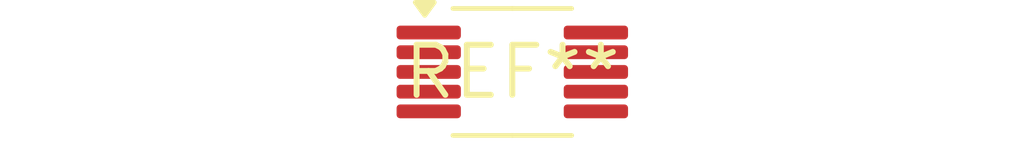
<source format=kicad_pcb>
(kicad_pcb (version 20240108) (generator pcbnew)
  (layers (0 "F.Cu" signal) (31 "B.Cu" signal) (34 "B.Paste" user) (35 "F.Paste" user) (36 "B.SilkS" user "B.Silkscreen") (37 "F.SilkS" user "F.Silkscreen") (38 "B.Mask" user) (39 "F.Mask" user) (44 "Edge.Cuts" user))
  (net 0 "")
  (footprint "MSOP-10_3x3mm_P0.5mm" (layer "F.Cu") (at 0 0)
    (property "Reference" "REF**")
    (property "Value" "MSOP-10_3x3mm_P0.5mm")
    (fp_line (start 0 -1.61) (end -1.5 -1.61) (layer "F.SilkS") (stroke (width 0.12)))
    (fp_line (start 0 -1.61) (end 1.5 -1.61) (layer "F.SilkS") (stroke (width 0.12)))
    (fp_line (start 0 1.61) (end -1.5 1.61) (layer "F.SilkS") (stroke (width 0.12)))
    (fp_line (start 0 1.61) (end 1.5 1.61) (layer "F.SilkS") (stroke (width 0.12)))
    (fp_poly (pts (xy -2.2125 -1.435) (xy -2.4525 -1.765) (xy -1.9725 -1.765) (xy -2.2125 -1.435)) (layer "F.SilkS") (stroke (width 0.12)) (fill solid))
    (pad "1" smd roundrect (at -2.1125 -1) (size 1.625 0.35) (layers "F.Cu" "F.Paste" "F.Mask"))
    (pad "2" smd roundrect (at -2.1125 -0.5) (size 1.625 0.35) (layers "F.Cu" "F.Paste" "F.Mask"))
    (pad "3" smd roundrect (at -2.1125 0) (size 1.625 0.35) (layers "F.Cu" "F.Paste" "F.Mask"))
    (pad "4" smd roundrect (at -2.1125 0.5) (size 1.625 0.35) (layers "F.Cu" "F.Paste" "F.Mask"))
    (pad "5" smd roundrect (at -2.1125 1) (size 1.625 0.35) (layers "F.Cu" "F.Paste" "F.Mask"))
    (pad "6" smd roundrect (at 2.1125 1) (size 1.625 0.35) (layers "F.Cu" "F.Paste" "F.Mask"))
    (pad "7" smd roundrect (at 2.1125 0.5) (size 1.625 0.35) (layers "F.Cu" "F.Paste" "F.Mask"))
    (pad "8" smd roundrect (at 2.1125 0) (size 1.625 0.35) (layers "F.Cu" "F.Paste" "F.Mask"))
    (pad "9" smd roundrect (at 2.1125 -0.5) (size 1.625 0.35) (layers "F.Cu" "F.Paste" "F.Mask"))
    (pad "10" smd roundrect (at 2.1125 -1) (size 1.625 0.35) (layers "F.Cu" "F.Paste" "F.Mask"))
  )
)
</source>
